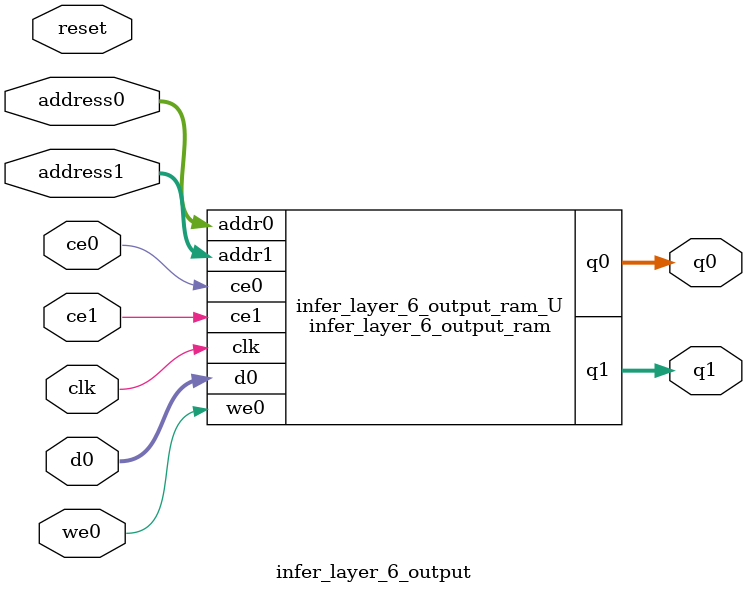
<source format=v>
`timescale 1 ns / 1 ps
module infer_layer_6_output_ram (addr0, ce0, d0, we0, q0, addr1, ce1, q1,  clk);

parameter DWIDTH = 32;
parameter AWIDTH = 7;
parameter MEM_SIZE = 128;

input[AWIDTH-1:0] addr0;
input ce0;
input[DWIDTH-1:0] d0;
input we0;
output reg[DWIDTH-1:0] q0;
input[AWIDTH-1:0] addr1;
input ce1;
output reg[DWIDTH-1:0] q1;
input clk;

reg [DWIDTH-1:0] ram[0:MEM_SIZE-1];




always @(posedge clk)  
begin 
    if (ce0) begin
        if (we0) 
            ram[addr0] <= d0; 
        q0 <= ram[addr0];
    end
end


always @(posedge clk)  
begin 
    if (ce1) begin
        q1 <= ram[addr1];
    end
end


endmodule

`timescale 1 ns / 1 ps
module infer_layer_6_output(
    reset,
    clk,
    address0,
    ce0,
    we0,
    d0,
    q0,
    address1,
    ce1,
    q1);

parameter DataWidth = 32'd32;
parameter AddressRange = 32'd128;
parameter AddressWidth = 32'd7;
input reset;
input clk;
input[AddressWidth - 1:0] address0;
input ce0;
input we0;
input[DataWidth - 1:0] d0;
output[DataWidth - 1:0] q0;
input[AddressWidth - 1:0] address1;
input ce1;
output[DataWidth - 1:0] q1;



infer_layer_6_output_ram infer_layer_6_output_ram_U(
    .clk( clk ),
    .addr0( address0 ),
    .ce0( ce0 ),
    .we0( we0 ),
    .d0( d0 ),
    .q0( q0 ),
    .addr1( address1 ),
    .ce1( ce1 ),
    .q1( q1 ));

endmodule


</source>
